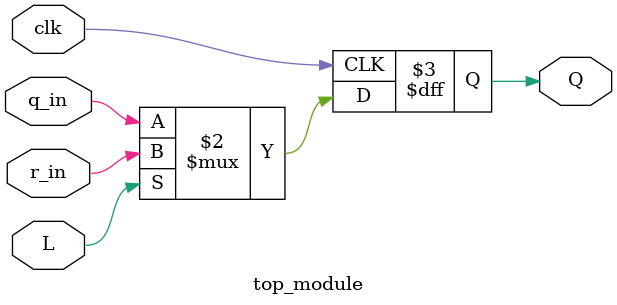
<source format=v>
module top_module (
	input clk,
	input L,
	input r_in,
	input q_in,
	output reg Q);

    always @(posedge clk) begin
        Q <= L ? r_in : q_in;
    end
    
endmodule

</source>
